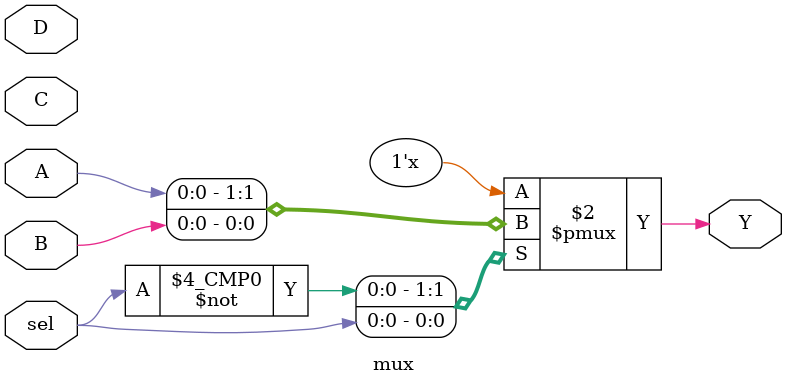
<source format=v>
module mux(
    input sel,
    input A, B, C, D,
    output reg Y,
);

    always @(*) begin 
                case (sel) 
                    2'b00: Y = A;
                    2'b01: Y = B;
                    2'b10: Y = C;
                    2'b11: Y = D;
                endcase
    end

endmodule
</source>
